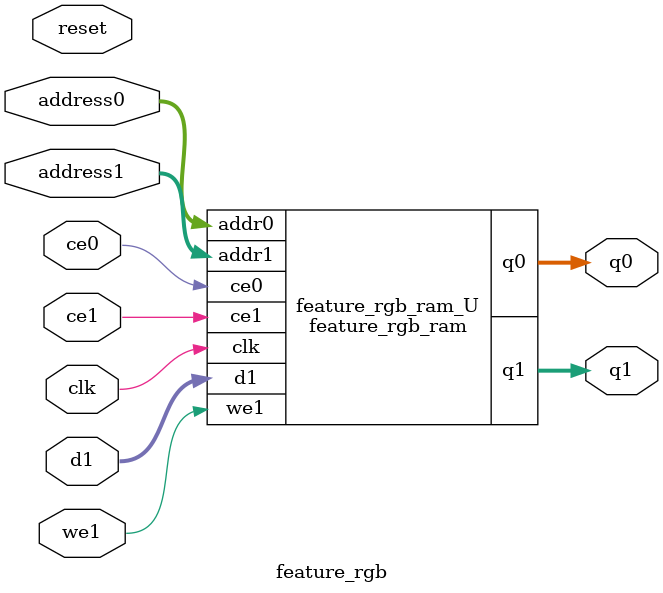
<source format=v>

`timescale 1 ns / 1 ps
module feature_rgb_ram (addr0, ce0, q0, addr1, ce1, d1, we1, q1,  clk);

parameter DWIDTH = 8;
parameter AWIDTH = 16;
parameter MEM_SIZE = 57600;

input[AWIDTH-1:0] addr0;
input ce0;
output reg[DWIDTH-1:0] q0;
input[AWIDTH-1:0] addr1;
input ce1;
input[DWIDTH-1:0] d1;
input we1;
output reg[DWIDTH-1:0] q1;
input clk;

(* ram_style = "block" *)reg [DWIDTH-1:0] ram[MEM_SIZE-1:0];




always @(posedge clk)  
begin 
    if (ce0) 
    begin
            q0 <= ram[addr0];
    end
end


always @(posedge clk)  
begin 
    if (ce1) 
    begin
        if (we1) 
        begin 
            ram[addr1] <= d1; 
            q1 <= d1;
        end 
        else 
            q1 <= ram[addr1];
    end
end


endmodule


`timescale 1 ns / 1 ps
module feature_rgb(
    reset,
    clk,
    address0,
    ce0,
    q0,
    address1,
    ce1,
    we1,
    d1,
    q1);

parameter DataWidth = 32'd8;
parameter AddressRange = 32'd57600;
parameter AddressWidth = 32'd16;
input reset;
input clk;
input[AddressWidth - 1:0] address0;
input ce0;
output[DataWidth - 1:0] q0;
input[AddressWidth - 1:0] address1;
input ce1;
input we1;
input[DataWidth - 1:0] d1;
output[DataWidth - 1:0] q1;



feature_rgb_ram feature_rgb_ram_U(
    .clk( clk ),
    .addr0( address0 ),
    .ce0( ce0 ),
    .q0( q0 ),
    .addr1( address1 ),
    .ce1( ce1 ),
    .d1( d1 ),
    .we1( we1 ),
    .q1( q1 ));

endmodule


</source>
